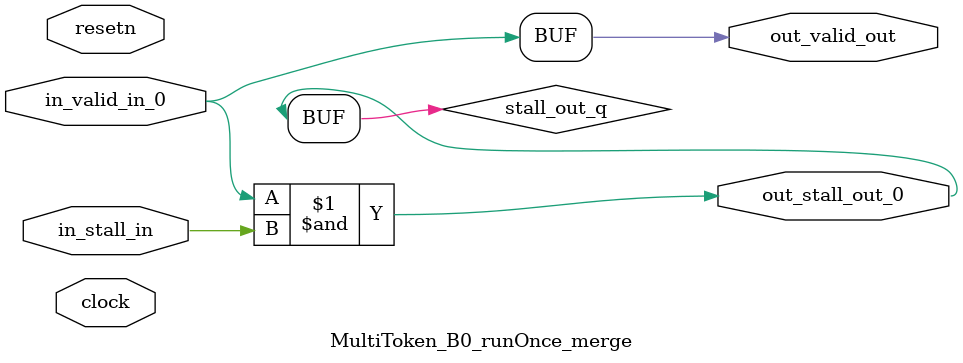
<source format=sv>



(* altera_attribute = "-name AUTO_SHIFT_REGISTER_RECOGNITION OFF; -name MESSAGE_DISABLE 10036; -name MESSAGE_DISABLE 10037; -name MESSAGE_DISABLE 14130; -name MESSAGE_DISABLE 14320; -name MESSAGE_DISABLE 15400; -name MESSAGE_DISABLE 14130; -name MESSAGE_DISABLE 10036; -name MESSAGE_DISABLE 12020; -name MESSAGE_DISABLE 12030; -name MESSAGE_DISABLE 12010; -name MESSAGE_DISABLE 12110; -name MESSAGE_DISABLE 14320; -name MESSAGE_DISABLE 13410; -name MESSAGE_DISABLE 113007; -name MESSAGE_DISABLE 10958" *)
module MultiToken_B0_runOnce_merge (
    input wire [0:0] in_stall_in,
    input wire [0:0] in_valid_in_0,
    output wire [0:0] out_stall_out_0,
    output wire [0:0] out_valid_out,
    input wire clock,
    input wire resetn
    );

    wire [0:0] stall_out_q;


    // stall_out(LOGICAL,6)
    assign stall_out_q = in_valid_in_0 & in_stall_in;

    // out_stall_out_0(GPOUT,4)
    assign out_stall_out_0 = stall_out_q;

    // out_valid_out(GPOUT,5)
    assign out_valid_out = in_valid_in_0;

endmodule

</source>
